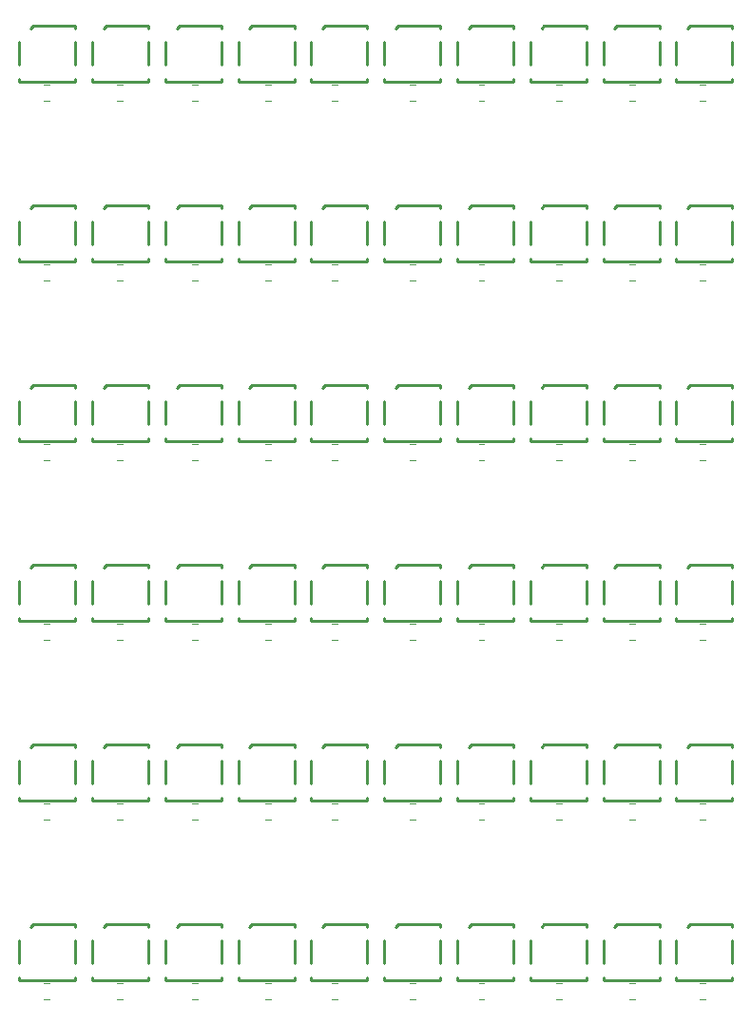
<source format=gto>
G04*
G04 #@! TF.GenerationSoftware,Altium Limited,Altium Designer,20.1.12 (249)*
G04*
G04 Layer_Color=65535*
%FSLAX25Y25*%
%MOIN*%
G70*
G04*
G04 #@! TF.SameCoordinates,880ED213-D7CF-42DA-8A1E-0FEEA66E8632*
G04*
G04*
G04 #@! TF.FilePolarity,Positive*
G04*
G01*
G75*
%ADD13C,0.01000*%
%ADD24C,0.00394*%
D13*
X207677Y15748D02*
Y16732D01*
Y15748D02*
X208661D01*
X226378D01*
X227362D01*
Y16732D01*
Y21654D02*
Y29528D01*
Y34449D02*
Y35433D01*
X226378D02*
X227362D01*
X212598D02*
X226378D01*
X207677Y21654D02*
Y29528D01*
X211614Y34449D02*
X212598Y35433D01*
X182087Y15748D02*
Y16732D01*
Y15748D02*
X183071D01*
X200787D01*
X201772D01*
Y16732D01*
Y21654D02*
Y29528D01*
Y34449D02*
Y35433D01*
X200787D02*
X201772D01*
X187008D02*
X200787D01*
X182087Y21654D02*
Y29528D01*
X186024Y34449D02*
X187008Y35433D01*
X156496Y15748D02*
Y16732D01*
Y15748D02*
X157480D01*
X175197D01*
X176181D01*
Y16732D01*
Y21654D02*
Y29528D01*
Y34449D02*
Y35433D01*
X175197D02*
X176181D01*
X161417D02*
X175197D01*
X156496Y21654D02*
Y29528D01*
X160433Y34449D02*
X161417Y35433D01*
X130905Y15748D02*
Y16732D01*
Y15748D02*
X131890D01*
X149606D01*
X150591D01*
Y16732D01*
Y21654D02*
Y29528D01*
Y34449D02*
Y35433D01*
X149606D02*
X150591D01*
X135827D02*
X149606D01*
X130905Y21654D02*
Y29528D01*
X134843Y34449D02*
X135827Y35433D01*
X105315Y15748D02*
Y16732D01*
Y15748D02*
X106299D01*
X124016D01*
X125000D01*
Y16732D01*
Y21654D02*
Y29528D01*
Y34449D02*
Y35433D01*
X124016D02*
X125000D01*
X110236D02*
X124016D01*
X105315Y21654D02*
Y29528D01*
X109252Y34449D02*
X110236Y35433D01*
X79724Y15748D02*
Y16732D01*
Y15748D02*
X80709D01*
X98425D01*
X99409D01*
Y16732D01*
Y21654D02*
Y29528D01*
Y34449D02*
Y35433D01*
X98425D02*
X99409D01*
X84646D02*
X98425D01*
X79724Y21654D02*
Y29528D01*
X83661Y34449D02*
X84646Y35433D01*
X54134Y15748D02*
Y16732D01*
Y15748D02*
X55118D01*
X72835D01*
X73819D01*
Y16732D01*
Y21654D02*
Y29528D01*
Y34449D02*
Y35433D01*
X72835D02*
X73819D01*
X59055D02*
X72835D01*
X54134Y21654D02*
Y29528D01*
X58071Y34449D02*
X59055Y35433D01*
X28543Y15748D02*
Y16732D01*
Y15748D02*
X29528D01*
X47244D01*
X48228D01*
Y16732D01*
Y21654D02*
Y29528D01*
Y34449D02*
Y35433D01*
X47244D02*
X48228D01*
X33465D02*
X47244D01*
X28543Y21654D02*
Y29528D01*
X32480Y34449D02*
X33465Y35433D01*
X233268Y15748D02*
Y16732D01*
Y15748D02*
X234252D01*
X251969D01*
X252953D01*
Y16732D01*
Y21654D02*
Y29528D01*
Y34449D02*
Y35433D01*
X251969D02*
X252953D01*
X238189D02*
X251969D01*
X233268Y21654D02*
Y29528D01*
X237205Y34449D02*
X238189Y35433D01*
X2953Y15748D02*
Y16732D01*
Y15748D02*
X3937D01*
X21654D01*
X22638D01*
Y16732D01*
Y21654D02*
Y29528D01*
Y34449D02*
Y35433D01*
X21654D02*
X22638D01*
X7874D02*
X21654D01*
X2953Y21654D02*
Y29528D01*
X6890Y34449D02*
X7874Y35433D01*
X207677Y78740D02*
Y79724D01*
Y78740D02*
X208661D01*
X226378D01*
X227362D01*
Y79724D01*
Y84646D02*
Y92520D01*
Y97441D02*
Y98425D01*
X226378D02*
X227362D01*
X212598D02*
X226378D01*
X207677Y84646D02*
Y92520D01*
X211614Y97441D02*
X212598Y98425D01*
X182087Y78740D02*
Y79724D01*
Y78740D02*
X183071D01*
X200787D01*
X201772D01*
Y79724D01*
Y84646D02*
Y92520D01*
Y97441D02*
Y98425D01*
X200787D02*
X201772D01*
X187008D02*
X200787D01*
X182087Y84646D02*
Y92520D01*
X186024Y97441D02*
X187008Y98425D01*
X156496Y78740D02*
Y79724D01*
Y78740D02*
X157480D01*
X175197D01*
X176181D01*
Y79724D01*
Y84646D02*
Y92520D01*
Y97441D02*
Y98425D01*
X175197D02*
X176181D01*
X161417D02*
X175197D01*
X156496Y84646D02*
Y92520D01*
X160433Y97441D02*
X161417Y98425D01*
X130905Y78740D02*
Y79724D01*
Y78740D02*
X131890D01*
X149606D01*
X150591D01*
Y79724D01*
Y84646D02*
Y92520D01*
Y97441D02*
Y98425D01*
X149606D02*
X150591D01*
X135827D02*
X149606D01*
X130905Y84646D02*
Y92520D01*
X134843Y97441D02*
X135827Y98425D01*
X105315Y78740D02*
Y79724D01*
Y78740D02*
X106299D01*
X124016D01*
X125000D01*
Y79724D01*
Y84646D02*
Y92520D01*
Y97441D02*
Y98425D01*
X124016D02*
X125000D01*
X110236D02*
X124016D01*
X105315Y84646D02*
Y92520D01*
X109252Y97441D02*
X110236Y98425D01*
X79724Y78740D02*
Y79724D01*
Y78740D02*
X80709D01*
X98425D01*
X99409D01*
Y79724D01*
Y84646D02*
Y92520D01*
Y97441D02*
Y98425D01*
X98425D02*
X99409D01*
X84646D02*
X98425D01*
X79724Y84646D02*
Y92520D01*
X83661Y97441D02*
X84646Y98425D01*
X54134Y78740D02*
Y79724D01*
Y78740D02*
X55118D01*
X72835D01*
X73819D01*
Y79724D01*
Y84646D02*
Y92520D01*
Y97441D02*
Y98425D01*
X72835D02*
X73819D01*
X59055D02*
X72835D01*
X54134Y84646D02*
Y92520D01*
X58071Y97441D02*
X59055Y98425D01*
X28543Y78740D02*
Y79724D01*
Y78740D02*
X29528D01*
X47244D01*
X48228D01*
Y79724D01*
Y84646D02*
Y92520D01*
Y97441D02*
Y98425D01*
X47244D02*
X48228D01*
X33465D02*
X47244D01*
X28543Y84646D02*
Y92520D01*
X32480Y97441D02*
X33465Y98425D01*
X233268Y78740D02*
Y79724D01*
Y78740D02*
X234252D01*
X251969D01*
X252953D01*
Y79724D01*
Y84646D02*
Y92520D01*
Y97441D02*
Y98425D01*
X251969D02*
X252953D01*
X238189D02*
X251969D01*
X233268Y84646D02*
Y92520D01*
X237205Y97441D02*
X238189Y98425D01*
X2953Y78740D02*
Y79724D01*
Y78740D02*
X3937D01*
X21654D01*
X22638D01*
Y79724D01*
Y84646D02*
Y92520D01*
Y97441D02*
Y98425D01*
X21654D02*
X22638D01*
X7874D02*
X21654D01*
X2953Y84646D02*
Y92520D01*
X6890Y97441D02*
X7874Y98425D01*
X207677Y141732D02*
Y142717D01*
Y141732D02*
X208661D01*
X226378D01*
X227362D01*
Y142717D01*
Y147638D02*
Y155512D01*
Y160433D02*
Y161417D01*
X226378D02*
X227362D01*
X212598D02*
X226378D01*
X207677Y147638D02*
Y155512D01*
X211614Y160433D02*
X212598Y161417D01*
X182087Y141732D02*
Y142717D01*
Y141732D02*
X183071D01*
X200787D01*
X201772D01*
Y142717D01*
Y147638D02*
Y155512D01*
Y160433D02*
Y161417D01*
X200787D02*
X201772D01*
X187008D02*
X200787D01*
X182087Y147638D02*
Y155512D01*
X186024Y160433D02*
X187008Y161417D01*
X156496Y141732D02*
Y142717D01*
Y141732D02*
X157480D01*
X175197D01*
X176181D01*
Y142717D01*
Y147638D02*
Y155512D01*
Y160433D02*
Y161417D01*
X175197D02*
X176181D01*
X161417D02*
X175197D01*
X156496Y147638D02*
Y155512D01*
X160433Y160433D02*
X161417Y161417D01*
X130905Y141732D02*
Y142717D01*
Y141732D02*
X131890D01*
X149606D01*
X150591D01*
Y142717D01*
Y147638D02*
Y155512D01*
Y160433D02*
Y161417D01*
X149606D02*
X150591D01*
X135827D02*
X149606D01*
X130905Y147638D02*
Y155512D01*
X134843Y160433D02*
X135827Y161417D01*
X105315Y141732D02*
Y142717D01*
Y141732D02*
X106299D01*
X124016D01*
X125000D01*
Y142717D01*
Y147638D02*
Y155512D01*
Y160433D02*
Y161417D01*
X124016D02*
X125000D01*
X110236D02*
X124016D01*
X105315Y147638D02*
Y155512D01*
X109252Y160433D02*
X110236Y161417D01*
X79724Y141732D02*
Y142717D01*
Y141732D02*
X80709D01*
X98425D01*
X99409D01*
Y142717D01*
Y147638D02*
Y155512D01*
Y160433D02*
Y161417D01*
X98425D02*
X99409D01*
X84646D02*
X98425D01*
X79724Y147638D02*
Y155512D01*
X83661Y160433D02*
X84646Y161417D01*
X54134Y141732D02*
Y142717D01*
Y141732D02*
X55118D01*
X72835D01*
X73819D01*
Y142717D01*
Y147638D02*
Y155512D01*
Y160433D02*
Y161417D01*
X72835D02*
X73819D01*
X59055D02*
X72835D01*
X54134Y147638D02*
Y155512D01*
X58071Y160433D02*
X59055Y161417D01*
X28543Y141732D02*
Y142717D01*
Y141732D02*
X29528D01*
X47244D01*
X48228D01*
Y142717D01*
Y147638D02*
Y155512D01*
Y160433D02*
Y161417D01*
X47244D02*
X48228D01*
X33465D02*
X47244D01*
X28543Y147638D02*
Y155512D01*
X32480Y160433D02*
X33465Y161417D01*
X233268Y141732D02*
Y142717D01*
Y141732D02*
X234252D01*
X251969D01*
X252953D01*
Y142717D01*
Y147638D02*
Y155512D01*
Y160433D02*
Y161417D01*
X251969D02*
X252953D01*
X238189D02*
X251969D01*
X233268Y147638D02*
Y155512D01*
X237205Y160433D02*
X238189Y161417D01*
X2953Y141732D02*
Y142717D01*
Y141732D02*
X3937D01*
X21654D01*
X22638D01*
Y142717D01*
Y147638D02*
Y155512D01*
Y160433D02*
Y161417D01*
X21654D02*
X22638D01*
X7874D02*
X21654D01*
X2953Y147638D02*
Y155512D01*
X6890Y160433D02*
X7874Y161417D01*
X207677Y204724D02*
Y205709D01*
Y204724D02*
X208661D01*
X226378D01*
X227362D01*
Y205709D01*
Y210630D02*
Y218504D01*
Y223425D02*
Y224410D01*
X226378D02*
X227362D01*
X212598D02*
X226378D01*
X207677Y210630D02*
Y218504D01*
X211614Y223425D02*
X212598Y224410D01*
X182087Y204724D02*
Y205709D01*
Y204724D02*
X183071D01*
X200787D01*
X201772D01*
Y205709D01*
Y210630D02*
Y218504D01*
Y223425D02*
Y224410D01*
X200787D02*
X201772D01*
X187008D02*
X200787D01*
X182087Y210630D02*
Y218504D01*
X186024Y223425D02*
X187008Y224410D01*
X156496Y204724D02*
Y205709D01*
Y204724D02*
X157480D01*
X175197D01*
X176181D01*
Y205709D01*
Y210630D02*
Y218504D01*
Y223425D02*
Y224410D01*
X175197D02*
X176181D01*
X161417D02*
X175197D01*
X156496Y210630D02*
Y218504D01*
X160433Y223425D02*
X161417Y224410D01*
X130905Y204724D02*
Y205709D01*
Y204724D02*
X131890D01*
X149606D01*
X150591D01*
Y205709D01*
Y210630D02*
Y218504D01*
Y223425D02*
Y224410D01*
X149606D02*
X150591D01*
X135827D02*
X149606D01*
X130905Y210630D02*
Y218504D01*
X134843Y223425D02*
X135827Y224410D01*
X105315Y204724D02*
Y205709D01*
Y204724D02*
X106299D01*
X124016D01*
X125000D01*
Y205709D01*
Y210630D02*
Y218504D01*
Y223425D02*
Y224410D01*
X124016D02*
X125000D01*
X110236D02*
X124016D01*
X105315Y210630D02*
Y218504D01*
X109252Y223425D02*
X110236Y224410D01*
X79724Y204724D02*
Y205709D01*
Y204724D02*
X80709D01*
X98425D01*
X99409D01*
Y205709D01*
Y210630D02*
Y218504D01*
Y223425D02*
Y224410D01*
X98425D02*
X99409D01*
X84646D02*
X98425D01*
X79724Y210630D02*
Y218504D01*
X83661Y223425D02*
X84646Y224410D01*
X54134Y204724D02*
Y205709D01*
Y204724D02*
X55118D01*
X72835D01*
X73819D01*
Y205709D01*
Y210630D02*
Y218504D01*
Y223425D02*
Y224410D01*
X72835D02*
X73819D01*
X59055D02*
X72835D01*
X54134Y210630D02*
Y218504D01*
X58071Y223425D02*
X59055Y224410D01*
X28543Y204724D02*
Y205709D01*
Y204724D02*
X29528D01*
X47244D01*
X48228D01*
Y205709D01*
Y210630D02*
Y218504D01*
Y223425D02*
Y224410D01*
X47244D02*
X48228D01*
X33465D02*
X47244D01*
X28543Y210630D02*
Y218504D01*
X32480Y223425D02*
X33465Y224410D01*
X233268Y204724D02*
Y205709D01*
Y204724D02*
X234252D01*
X251969D01*
X252953D01*
Y205709D01*
Y210630D02*
Y218504D01*
Y223425D02*
Y224410D01*
X251969D02*
X252953D01*
X238189D02*
X251969D01*
X233268Y210630D02*
Y218504D01*
X237205Y223425D02*
X238189Y224410D01*
X2953Y204724D02*
Y205709D01*
Y204724D02*
X3937D01*
X21654D01*
X22638D01*
Y205709D01*
Y210630D02*
Y218504D01*
Y223425D02*
Y224410D01*
X21654D02*
X22638D01*
X7874D02*
X21654D01*
X2953Y210630D02*
Y218504D01*
X6890Y223425D02*
X7874Y224410D01*
X207677Y267717D02*
Y268701D01*
Y267717D02*
X208661D01*
X226378D01*
X227362D01*
Y268701D01*
Y273622D02*
Y281496D01*
Y286417D02*
Y287402D01*
X226378D02*
X227362D01*
X212598D02*
X226378D01*
X207677Y273622D02*
Y281496D01*
X211614Y286417D02*
X212598Y287402D01*
X182087Y267717D02*
Y268701D01*
Y267717D02*
X183071D01*
X200787D01*
X201772D01*
Y268701D01*
Y273622D02*
Y281496D01*
Y286417D02*
Y287402D01*
X200787D02*
X201772D01*
X187008D02*
X200787D01*
X182087Y273622D02*
Y281496D01*
X186024Y286417D02*
X187008Y287402D01*
X156496Y267717D02*
Y268701D01*
Y267717D02*
X157480D01*
X175197D01*
X176181D01*
Y268701D01*
Y273622D02*
Y281496D01*
Y286417D02*
Y287402D01*
X175197D02*
X176181D01*
X161417D02*
X175197D01*
X156496Y273622D02*
Y281496D01*
X160433Y286417D02*
X161417Y287402D01*
X130905Y267717D02*
Y268701D01*
Y267717D02*
X131890D01*
X149606D01*
X150591D01*
Y268701D01*
Y273622D02*
Y281496D01*
Y286417D02*
Y287402D01*
X149606D02*
X150591D01*
X135827D02*
X149606D01*
X130905Y273622D02*
Y281496D01*
X134843Y286417D02*
X135827Y287402D01*
X105315Y267717D02*
Y268701D01*
Y267717D02*
X106299D01*
X124016D01*
X125000D01*
Y268701D01*
Y273622D02*
Y281496D01*
Y286417D02*
Y287402D01*
X124016D02*
X125000D01*
X110236D02*
X124016D01*
X105315Y273622D02*
Y281496D01*
X109252Y286417D02*
X110236Y287402D01*
X79724Y267717D02*
Y268701D01*
Y267717D02*
X80709D01*
X98425D01*
X99409D01*
Y268701D01*
Y273622D02*
Y281496D01*
Y286417D02*
Y287402D01*
X98425D02*
X99409D01*
X84646D02*
X98425D01*
X79724Y273622D02*
Y281496D01*
X83661Y286417D02*
X84646Y287402D01*
X54134Y267717D02*
Y268701D01*
Y267717D02*
X55118D01*
X72835D01*
X73819D01*
Y268701D01*
Y273622D02*
Y281496D01*
Y286417D02*
Y287402D01*
X72835D02*
X73819D01*
X59055D02*
X72835D01*
X54134Y273622D02*
Y281496D01*
X58071Y286417D02*
X59055Y287402D01*
X28543Y267717D02*
Y268701D01*
Y267717D02*
X29528D01*
X47244D01*
X48228D01*
Y268701D01*
Y273622D02*
Y281496D01*
Y286417D02*
Y287402D01*
X47244D02*
X48228D01*
X33465D02*
X47244D01*
X28543Y273622D02*
Y281496D01*
X32480Y286417D02*
X33465Y287402D01*
X233268Y267717D02*
Y268701D01*
Y267717D02*
X234252D01*
X251969D01*
X252953D01*
Y268701D01*
Y273622D02*
Y281496D01*
Y286417D02*
Y287402D01*
X251969D02*
X252953D01*
X238189D02*
X251969D01*
X233268Y273622D02*
Y281496D01*
X237205Y286417D02*
X238189Y287402D01*
X2953Y267717D02*
Y268701D01*
Y267717D02*
X3937D01*
X21654D01*
X22638D01*
Y268701D01*
Y273622D02*
Y281496D01*
Y286417D02*
Y287402D01*
X21654D02*
X22638D01*
X7874D02*
X21654D01*
X2953Y273622D02*
Y281496D01*
X6890Y286417D02*
X7874Y287402D01*
X207677Y330709D02*
Y331693D01*
Y330709D02*
X208661D01*
X226378D01*
X227362D01*
Y331693D01*
Y336614D02*
Y344488D01*
Y349410D02*
Y350394D01*
X226378D02*
X227362D01*
X212598D02*
X226378D01*
X207677Y336614D02*
Y344488D01*
X211614Y349410D02*
X212598Y350394D01*
X182087Y330709D02*
Y331693D01*
Y330709D02*
X183071D01*
X200787D01*
X201772D01*
Y331693D01*
Y336614D02*
Y344488D01*
Y349410D02*
Y350394D01*
X200787D02*
X201772D01*
X187008D02*
X200787D01*
X182087Y336614D02*
Y344488D01*
X186024Y349410D02*
X187008Y350394D01*
X156496Y330709D02*
Y331693D01*
Y330709D02*
X157480D01*
X175197D01*
X176181D01*
Y331693D01*
Y336614D02*
Y344488D01*
Y349410D02*
Y350394D01*
X175197D02*
X176181D01*
X161417D02*
X175197D01*
X156496Y336614D02*
Y344488D01*
X160433Y349410D02*
X161417Y350394D01*
X130905Y330709D02*
Y331693D01*
Y330709D02*
X131890D01*
X149606D01*
X150591D01*
Y331693D01*
Y336614D02*
Y344488D01*
Y349410D02*
Y350394D01*
X149606D02*
X150591D01*
X135827D02*
X149606D01*
X130905Y336614D02*
Y344488D01*
X134843Y349410D02*
X135827Y350394D01*
X105315Y330709D02*
Y331693D01*
Y330709D02*
X106299D01*
X124016D01*
X125000D01*
Y331693D01*
Y336614D02*
Y344488D01*
Y349410D02*
Y350394D01*
X124016D02*
X125000D01*
X110236D02*
X124016D01*
X105315Y336614D02*
Y344488D01*
X109252Y349410D02*
X110236Y350394D01*
X79724Y330709D02*
Y331693D01*
Y330709D02*
X80709D01*
X98425D01*
X99409D01*
Y331693D01*
Y336614D02*
Y344488D01*
Y349410D02*
Y350394D01*
X98425D02*
X99409D01*
X84646D02*
X98425D01*
X79724Y336614D02*
Y344488D01*
X83661Y349410D02*
X84646Y350394D01*
X54134Y330709D02*
Y331693D01*
Y330709D02*
X55118D01*
X72835D01*
X73819D01*
Y331693D01*
Y336614D02*
Y344488D01*
Y349410D02*
Y350394D01*
X72835D02*
X73819D01*
X59055D02*
X72835D01*
X54134Y336614D02*
Y344488D01*
X58071Y349410D02*
X59055Y350394D01*
X28543Y330709D02*
Y331693D01*
Y330709D02*
X29528D01*
X47244D01*
X48228D01*
Y331693D01*
Y336614D02*
Y344488D01*
Y349410D02*
Y350394D01*
X47244D02*
X48228D01*
X33465D02*
X47244D01*
X28543Y336614D02*
Y344488D01*
X32480Y349410D02*
X33465Y350394D01*
X233268Y330709D02*
Y331693D01*
Y330709D02*
X234252D01*
X251969D01*
X252953D01*
Y331693D01*
Y336614D02*
Y344488D01*
Y349410D02*
Y350394D01*
X251969D02*
X252953D01*
X238189D02*
X251969D01*
X233268Y336614D02*
Y344488D01*
X237205Y349410D02*
X238189Y350394D01*
X2953Y330709D02*
Y331693D01*
Y330709D02*
X3937D01*
X21654D01*
X22638D01*
Y331693D01*
Y336614D02*
Y344488D01*
Y349410D02*
Y350394D01*
X21654D02*
X22638D01*
X7874D02*
X21654D01*
X2953Y336614D02*
Y344488D01*
X6890Y349410D02*
X7874Y350394D01*
D24*
X216772Y14567D02*
X218740D01*
X216772Y9055D02*
X218740D01*
X191181Y14567D02*
X193150D01*
X191181Y9055D02*
X193150D01*
X241575Y14567D02*
X243543D01*
X241575Y9055D02*
X243543D01*
X164016Y14567D02*
X165984D01*
X164016Y9055D02*
X165984D01*
X140000Y14567D02*
X141969D01*
X140000Y9055D02*
X141969D01*
X112441Y14567D02*
X114409D01*
X112441Y9055D02*
X114409D01*
X89213Y14567D02*
X91181D01*
X89213Y9055D02*
X91181D01*
X63622Y14567D02*
X65591D01*
X63622Y9055D02*
X65591D01*
X37244Y14567D02*
X39213D01*
X37244Y9055D02*
X39213D01*
X11654Y14567D02*
X13622D01*
X11654Y9055D02*
X13622D01*
X216772Y77559D02*
X218740D01*
X216772Y72047D02*
X218740D01*
X191181Y77559D02*
X193150D01*
X191181Y72047D02*
X193150D01*
X241575Y77559D02*
X243543D01*
X241575Y72047D02*
X243543D01*
X164016Y77559D02*
X165984D01*
X164016Y72047D02*
X165984D01*
X140000Y77559D02*
X141969D01*
X140000Y72047D02*
X141969D01*
X112441Y77559D02*
X114409D01*
X112441Y72047D02*
X114409D01*
X89213Y77559D02*
X91181D01*
X89213Y72047D02*
X91181D01*
X63622Y77559D02*
X65591D01*
X63622Y72047D02*
X65591D01*
X37244Y77559D02*
X39213D01*
X37244Y72047D02*
X39213D01*
X11654Y77559D02*
X13622D01*
X11654Y72047D02*
X13622D01*
X216772Y140551D02*
X218740D01*
X216772Y135039D02*
X218740D01*
X191181Y140551D02*
X193150D01*
X191181Y135039D02*
X193150D01*
X241575Y140551D02*
X243543D01*
X241575Y135039D02*
X243543D01*
X164016Y140551D02*
X165984D01*
X164016Y135039D02*
X165984D01*
X140000Y140551D02*
X141969D01*
X140000Y135039D02*
X141969D01*
X112441Y140551D02*
X114409D01*
X112441Y135039D02*
X114409D01*
X89213Y140551D02*
X91181D01*
X89213Y135039D02*
X91181D01*
X63622Y140551D02*
X65591D01*
X63622Y135039D02*
X65591D01*
X37244Y140551D02*
X39213D01*
X37244Y135039D02*
X39213D01*
X11654Y140551D02*
X13622D01*
X11654Y135039D02*
X13622D01*
X216772Y203543D02*
X218740D01*
X216772Y198031D02*
X218740D01*
X191181Y203543D02*
X193150D01*
X191181Y198031D02*
X193150D01*
X241575Y203543D02*
X243543D01*
X241575Y198031D02*
X243543D01*
X164016Y203543D02*
X165984D01*
X164016Y198031D02*
X165984D01*
X140000Y203543D02*
X141969D01*
X140000Y198031D02*
X141969D01*
X112441Y203543D02*
X114409D01*
X112441Y198031D02*
X114409D01*
X89213Y203543D02*
X91181D01*
X89213Y198031D02*
X91181D01*
X63622Y203543D02*
X65591D01*
X63622Y198031D02*
X65591D01*
X37244Y203543D02*
X39213D01*
X37244Y198031D02*
X39213D01*
X11654Y203543D02*
X13622D01*
X11654Y198031D02*
X13622D01*
X216772Y266535D02*
X218740D01*
X216772Y261024D02*
X218740D01*
X191181Y266535D02*
X193150D01*
X191181Y261024D02*
X193150D01*
X241575Y266535D02*
X243543D01*
X241575Y261024D02*
X243543D01*
X164016Y266535D02*
X165984D01*
X164016Y261024D02*
X165984D01*
X140000Y266535D02*
X141969D01*
X140000Y261024D02*
X141969D01*
X112441Y266535D02*
X114409D01*
X112441Y261024D02*
X114409D01*
X89213Y266535D02*
X91181D01*
X89213Y261024D02*
X91181D01*
X63622Y266535D02*
X65591D01*
X63622Y261024D02*
X65591D01*
X37244Y266535D02*
X39213D01*
X37244Y261024D02*
X39213D01*
X11654Y266535D02*
X13622D01*
X11654Y261024D02*
X13622D01*
X216772Y329528D02*
X218740D01*
X216772Y324016D02*
X218740D01*
X191181Y329528D02*
X193150D01*
X191181Y324016D02*
X193150D01*
X241575Y329528D02*
X243543D01*
X241575Y324016D02*
X243543D01*
X164016Y329528D02*
X165984D01*
X164016Y324016D02*
X165984D01*
X140000Y329528D02*
X141969D01*
X140000Y324016D02*
X141969D01*
X112441Y329528D02*
X114409D01*
X112441Y324016D02*
X114409D01*
X89213Y329528D02*
X91181D01*
X89213Y324016D02*
X91181D01*
X63622Y329528D02*
X65591D01*
X63622Y324016D02*
X65591D01*
X37244Y329528D02*
X39213D01*
X37244Y324016D02*
X39213D01*
X11654Y329528D02*
X13622D01*
X11654Y324016D02*
X13622D01*
M02*

</source>
